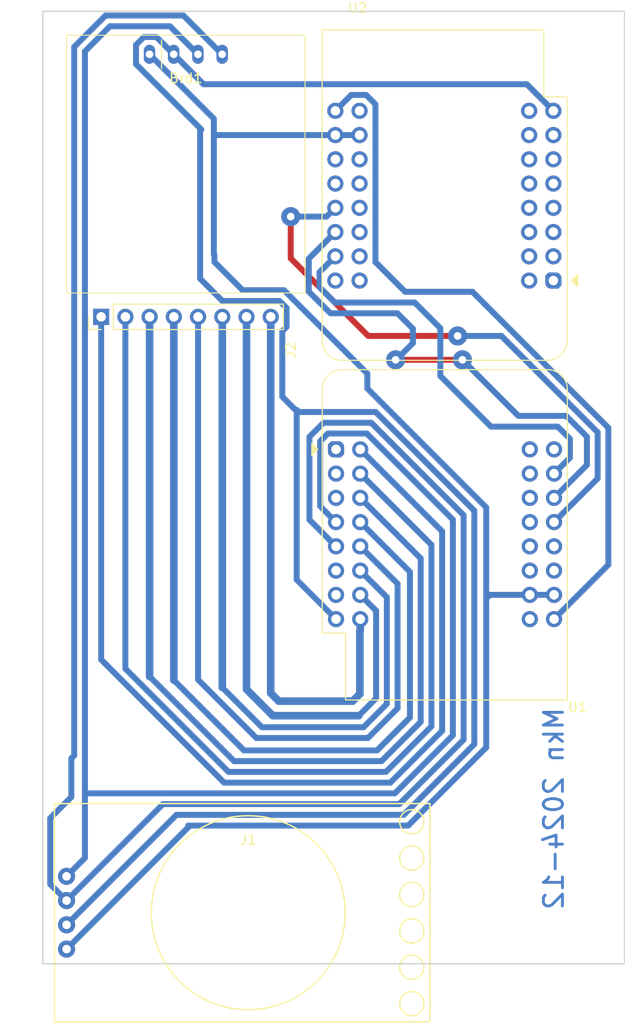
<source format=kicad_pcb>
(kicad_pcb (version 20240108) (generator "pcbnew") (generator_version "8.0")
  (layers (0 "F.Cu" signal) (31 "B.Cu" signal) (34 "B.Paste" user) (35 "F.Paste" user) (36 "B.SilkS" user "B.Silkscreen") (37 "F.SilkS" user "F.Silkscreen") (38 "B.Mask" user) (39 "F.Mask" user) (44 "Edge.Cuts" user))
  (net 0 "")
  (net 1 "/SCL")
  (net 2 "/SDA")
  (net 3 "+3V3")
  (net 4 "Net-(J2-Pin_6)")
  (net 5 "Net-(J2-Pin_7)")
  (net 6 "Net-(J2-Pin_4)")
  (net 7 "Net-(J2-Pin_2)")
  (net 8 "Net-(J2-Pin_5)")
  (net 9 "Net-(J2-Pin_1)")
  (net 10 "Net-(J2-Pin_3)")
  (net 11 "Net-(J2-Pin_8)")
  (net 13 "/flag_pin")
  (net 19 "/SCL_esp2esp")
  (net 26 "+5V")
  (net 29 "/SDA_esp2esp")
  (net 43 "GND")
  (footprint "s2mini:WEMOS_S2_mini" (layer "F.Cu") (at 176.54 92.7 180)
    (property "Reference" "U2" (at 20.54 28.54 0) (layer "F.SilkS"))
    (property "Value" "WeMos_S2_mini")
    (fp_line (start 24.25 26.25) (end 24.25 -6.3) (stroke (width 0.12)) (layer "F.SilkS"))
    (fp_line (start 22.2 -8.35) (end 0.6 -8.35) (stroke (width 0.12)) (layer "F.SilkS"))
    (fp_line (start 1 26.25) (end 24.25 26.25) (stroke (width 0.12)) (layer "F.SilkS"))
    (fp_line (start 1 19.25) (end 1 26.25) (stroke (width 0.12)) (layer "F.SilkS"))
    (fp_line (start -1.45 19.25) (end 1 19.25) (stroke (width 0.12)) (layer "F.SilkS"))
    (fp_line (start -1.45 19.25) (end -1.45 -6.3) (stroke (width 0.12)) (layer "F.SilkS"))
    (fp_arc (start 22.2 -8.35) (mid 23.649569 -7.749569) (end 24.25 -6.3) (stroke (width 0.12)) (layer "F.SilkS"))
    (fp_arc (start -1.45 -6.3) (mid -0.849569 -7.749569) (end 0.6 -8.35) (stroke (width 0.12)) (layer "F.SilkS"))
    (fp_poly (pts (xy -2.54 -0.635) (xy -2.54 0.635) (xy -1.905 0)) (stroke (width 0.12)) (fill solid) (layer "F.SilkS"))
    (pad "1" thru_hole roundrect (at 0 0 180) (size 1.7 1.7) (drill 1) (layers "*.Cu" "*.Mask") (roundrect_rratio 0.35) (chamfer_ratio 0.2) (chamfer top_left bottom_right))
    (pad "2" thru_hole circle (at 0 2.54 180) (size 1.7 1.7) (drill 1) (layers "*.Cu" "*.Mask"))
    (pad "3" thru_hole circle (at 0 5.08 180) (size 1.7 1.7) (drill 1) (layers "*.Cu" "*.Mask"))
    (pad "4" thru_hole circle (at 0 7.62 180) (size 1.7 1.7) (drill 1) (layers "*.Cu" "*.Mask"))
    (pad "5" thru_hole circle (at 0 10.16 180) (size 1.7 1.7) (drill 1) (layers "*.Cu" "*.Mask"))
    (pad "6" thru_hole circle (at 0 12.7 180) (size 1.7 1.7) (drill 1) (layers "*.Cu" "*.Mask"))
    (pad "7" thru_hole circle (at 0 15.24 180) (size 1.7 1.7) (drill 1) (layers "*.Cu" "*.Mask"))
    (pad "8" thru_hole circle (at 0 17.78 180) (size 1.7 1.7) (drill 1) (layers "*.Cu" "*.Mask") (net 3 "+3V3"))
    (pad "9" thru_hole circle (at 22.86 17.78 180) (size 1.7 1.7) (drill 1) (layers "*.Cu" "*.Mask") (net 26 "+5V"))
    (pad "10" thru_hole circle (at 22.86 15.24 180) (size 1.7 1.7) (drill 1) (layers "*.Cu" "*.Mask") (net 43 "GND"))
    (pad "11" thru_hole circle (at 22.86 12.7 180) (size 1.7 1.7) (drill 1) (layers "*.Cu" "*.Mask"))
    (pad "12" thru_hole circle (at 22.86 10.16 180) (size 1.7 1.7) (drill 1) (layers "*.Cu" "*.Mask"))
    (pad "13" thru_hole circle (at 22.86 7.62 180) (size 1.7 1.7) (drill 1) (layers "*.Cu" "*.Mask") (net 19 "/SCL_esp2esp"))
    (pad "14" thru_hole circle (at 22.86 5.08 180) (size 1.7 1.7) (drill 1) (layers "*.Cu" "*.Mask") (net 29 "/SDA_esp2esp"))
    (pad "15" thru_hole circle (at 22.86 2.54 180) (size 1.7 1.7) (drill 1) (layers "*.Cu" "*.Mask") (net 13 "/flag_pin"))
    (pad "16" thru_hole circle (at 22.86 0 180) (size 1.7 1.7) (drill 1) (layers "*.Cu" "*.Mask"))
    (pad "17" thru_hole circle (at 2.54 0 180) (size 1.7 1.7) (drill 1) (layers "*.Cu" "*.Mask"))
    (pad "18" thru_hole circle (at 2.54 2.54 180) (size 1.7 1.7) (drill 1) (layers "*.Cu" "*.Mask"))
    (pad "19" thru_hole circle (at 2.54 5.08 180) (size 1.7 1.7) (drill 1) (layers "*.Cu" "*.Mask"))
    (pad "20" thru_hole circle (at 2.54 7.62 180) (size 1.7 1.7) (drill 1) (layers "*.Cu" "*.Mask"))
    (pad "21" thru_hole circle (at 2.54 10.16 180) (size 1.7 1.7) (drill 1) (layers "*.Cu" "*.Mask"))
    (pad "22" thru_hole circle (at 2.54 12.7 180) (size 1.7 1.7) (drill 1) (layers "*.Cu" "*.Mask"))
    (pad "23" thru_hole circle (at 2.54 15.24 180) (size 1.7 1.7) (drill 1) (layers "*.Cu" "*.Mask"))
    (pad "24" thru_hole circle (at 2.54 17.78 180) (size 1.7 1.7) (drill 1) (layers "*.Cu" "*.Mask"))
    (pad "25" thru_hole circle (at 20.32 17.78 180) (size 1.7 1.7) (drill 1) (layers "*.Cu" "*.Mask"))
    (pad "26" thru_hole circle (at 20.32 15.24 180) (size 1.7 1.7) (drill 1) (layers "*.Cu" "*.Mask") (net 43 "GND"))
    (pad "27" thru_hole circle (at 20.32 12.7 180) (size 1.7 1.7) (drill 1) (layers "*.Cu" "*.Mask"))
    (pad "28" thru_hole circle (at 20.32 10.16 180) (size 1.7 1.7) (drill 1) (layers "*.Cu" "*.Mask"))
    (pad "29" thru_hole circle (at 20.32 7.62 180) (size 1.7 1.7) (drill 1) (layers "*.Cu" "*.Mask"))
    (pad "30" thru_hole circle (at 20.32 5.08 180) (size 1.7 1.7) (drill 1) (layers "*.Cu" "*.Mask"))
    (pad "31" thru_hole circle (at 20.32 2.54 180) (size 1.7 1.7) (drill 1) (layers "*.Cu" "*.Mask"))
    (pad "32" thru_hole circle (at 20.32 0 180) (size 1.7 1.7) (drill 1) (layers "*.Cu" "*.Mask"))
  )
  (footprint "meagsaturn:RTC_DS3231" (layer "F.Cu") (at 163.5975 170.3425 180)
    (property "Reference" "J1" (at 19.05 19.05 0) (layer "F.SilkS"))
    (property "Value" "RTC_DS3231")
    (fp_line (start 39.37 0) (end 39.37 22.86) (stroke (width 0.15)) (layer "F.SilkS"))
    (fp_line (start 0 22.86) (end 39.37 22.86) (stroke (width 0.15)) (layer "F.SilkS"))
    (fp_line (start 0 0) (end 39.37 0) (stroke (width 0.15)) (layer "F.SilkS"))
    (fp_line (start 0 0) (end 0 22.86) (stroke (width 0.15)) (layer "F.SilkS"))
    (fp_circle (center 19.05 11.43) (end 19.05 21.59) (stroke (width 0.15)) (fill none) (layer "F.SilkS"))
    (fp_circle (center 1.905 20.955) (end 1.905 19.685) (stroke (width 0.15)) (fill none) (layer "F.SilkS"))
    (fp_circle (center 1.905 17.145) (end 1.905 15.875) (stroke (width 0.15)) (fill none) (layer "F.SilkS"))
    (fp_circle (center 1.905 13.335) (end 1.905 12.065) (stroke (width 0.15)) (fill none) (layer "F.SilkS"))
    (fp_circle (center 1.905 9.525) (end 1.905 8.255) (stroke (width 0.15)) (fill none) (layer "F.SilkS"))
    (fp_circle (center 1.905 5.715) (end 1.905 4.445) (stroke (width 0.15)) (fill none) (layer "F.SilkS"))
    (fp_circle (center 1.905 1.905) (end 1.905 0.635) (stroke (width 0.15)) (fill none) (layer "F.SilkS"))
    (pad "1" thru_hole circle (at 38.1 15.24 180) (size 1.8 1.8) (drill 0.9) (layers "*.Cu" "*.Mask") (net 1 "/SCL"))
    (pad "2" thru_hole circle (at 38.1 12.7 180) (size 1.8 1.8) (drill 0.9) (layers "*.Cu" "*.Mask") (net 2 "/SDA"))
    (pad "3" thru_hole circle (at 38.1 10.16 180) (size 1.8 1.8) (drill 0.9) (layers "*.Cu" "*.Mask") (net 3 "+3V3"))
    (pad "4" thru_hole circle (at 38.1 7.62 180) (size 1.8 1.8) (drill 0.9) (layers "*.Cu" "*.Mask") (net 43 "GND"))
  )
  (footprint "ssd1306:ssd1306_128x64oled_module" (layer "F.Cu") (at 138 69)
    (property "Reference" "Brd1" (at 0 2.5 0) (layer "F.SilkS"))
    (property "Value" "SSD1306")
    (fp_line (start -2.54 -1.5) (end -2.54 1.5) (stroke (width 0.12)) (layer "F.SilkS"))
    (fp_rect (start -12.5 -2) (end 12.5 25) (stroke (width 0.1)) (fill none) (layer "F.SilkS"))
    (pad "1" thru_hole oval (at -3.81 0) (size 1.2 2) (drill 0.8) (layers "*.Cu" "*.Mask") (net 43 "GND"))
    (pad "2" thru_hole oval (at -1.27 0) (size 1.2 2) (drill 0.8) (layers "*.Cu" "*.Mask") (net 3 "+3V3"))
    (pad "3" thru_hole oval (at 1.27 0) (size 1.2 2) (drill 0.8) (layers "*.Cu" "*.Mask") (net 1 "/SCL"))
    (pad "4" thru_hole oval (at 3.81 0) (size 1.2 2) (drill 0.8) (layers "*.Cu" "*.Mask") (net 2 "/SDA"))
  )
  (footprint "Connector_PinHeader_2.54mm:PinHeader_1x08_P2.54mm_Vertical" (layer "F.Cu") (at 129.125 96.5 90)
    (property "Reference" "J2" (at -3.5 19.875 90) (layer "F.SilkS"))
    (property "Value" "Buttons")
    (fp_line (start -1.33 -1.33) (end 0 -1.33) (stroke (width 0.12)) (layer "F.SilkS"))
    (fp_line (start -1.33 0) (end -1.33 -1.33) (stroke (width 0.12)) (layer "F.SilkS"))
    (fp_line (start 1.33 1.27) (end 1.33 19.11) (stroke (width 0.12)) (layer "F.SilkS"))
    (fp_line (start -1.33 1.27) (end 1.33 1.27) (stroke (width 0.12)) (layer "F.SilkS"))
    (fp_line (start -1.33 1.27) (end -1.33 19.11) (stroke (width 0.12)) (layer "F.SilkS"))
    (fp_line (start -1.33 19.11) (end 1.33 19.11) (stroke (width 0.12)) (layer "F.SilkS"))
    (pad "1" thru_hole rect (at 0 0 90) (size 1.7 1.7) (drill 1) (layers "*.Cu" "*.Mask") (net 9 "Net-(J2-Pin_1)"))
    (pad "2" thru_hole oval (at 0 2.54 90) (size 1.7 1.7) (drill 1) (layers "*.Cu" "*.Mask") (net 7 "Net-(J2-Pin_2)"))
    (pad "3" thru_hole oval (at 0 5.08 90) (size 1.7 1.7) (drill 1) (layers "*.Cu" "*.Mask") (net 10 "Net-(J2-Pin_3)"))
    (pad "4" thru_hole oval (at 0 7.62 90) (size 1.7 1.7) (drill 1) (layers "*.Cu" "*.Mask") (net 6 "Net-(J2-Pin_4)"))
    (pad "5" thru_hole oval (at 0 10.16 90) (size 1.7 1.7) (drill 1) (layers "*.Cu" "*.Mask") (net 8 "Net-(J2-Pin_5)"))
    (pad "6" thru_hole oval (at 0 12.7 90) (size 1.7 1.7) (drill 1) (layers "*.Cu" "*.Mask") (net 4 "Net-(J2-Pin_6)"))
    (pad "7" thru_hole oval (at 0 15.24 90) (size 1.7 1.7) (drill 1) (layers "*.Cu" "*.Mask") (net 5 "Net-(J2-Pin_7)"))
    (pad "8" thru_hole oval (at 0 17.78 90) (size 1.7 1.7) (drill 1) (layers "*.Cu" "*.Mask") (net 11 "Net-(J2-Pin_8)"))
  )
  (footprint "s2mini:WEMOS_S2_mini" (layer "F.Cu") (at 153.75 110.38)
    (property "Reference" "U1" (at 25.32 27 0) (layer "F.SilkS"))
    (property "Value" "WeMos_S2_mini")
    (fp_line (start -1.45 19.25) (end -1.45 -6.3) (stroke (width 0.12)) (layer "F.SilkS"))
    (fp_line (start -1.45 19.25) (end 1 19.25) (stroke (width 0.12)) (layer "F.SilkS"))
    (fp_line (start 1 19.25) (end 1 26.25) (stroke (width 0.12)) (layer "F.SilkS"))
    (fp_line (start 1 26.25) (end 24.25 26.25) (stroke (width 0.12)) (layer "F.SilkS"))
    (fp_line (start 22.2 -8.35) (end 0.6 -8.35) (stroke (width 0.12)) (layer "F.SilkS"))
    (fp_line (start 24.25 26.25) (end 24.25 -6.3) (stroke (width 0.12)) (layer "F.SilkS"))
    (fp_arc (start -1.45 -6.3) (mid -0.849569 -7.749569) (end 0.6 -8.35) (stroke (width 0.12)) (layer "F.SilkS"))
    (fp_arc (start 22.2 -8.35) (mid 23.649569 -7.749569) (end 24.25 -6.3) (stroke (width 0.12)) (layer "F.SilkS"))
    (fp_poly (pts (xy -2.54 -0.635) (xy -2.54 0.635) (xy -1.905 0)) (stroke (width 0.12)) (fill solid) (layer "F.SilkS"))
    (pad "1" thru_hole roundrect (at 0 0) (size 1.7 1.7) (drill 1) (layers "*.Cu" "*.Mask") (roundrect_rratio 0.35) (chamfer_ratio 0.2) (chamfer top_left bottom_right))
    (pad "2" thru_hole circle (at 0 2.54) (size 1.7 1.7) (drill 1) (layers "*.Cu" "*.Mask"))
    (pad "3" thru_hole circle (at 0 5.08) (size 1.7 1.7) (drill 1) (layers "*.Cu" "*.Mask"))
    (pad "4" thru_hole circle (at 0 7.62) (size 1.7 1.7) (drill 1) (layers "*.Cu" "*.Mask") (net 1 "/SCL"))
    (pad "5" thru_hole circle (at 0 10.16) (size 1.7 1.7) (drill 1) (layers "*.Cu" "*.Mask") (net 2 "/SDA"))
    (pad "6" thru_hole circle (at 0 12.7) (size 1.7 1.7) (drill 1) (layers "*.Cu" "*.Mask"))
    (pad "7" thru_hole circle (at 0 15.24) (size 1.7 1.7) (drill 1) (layers "*.Cu" "*.Mask"))
    (pad "8" thru_hole circle (at 0 17.78) (size 1.7 1.7) (drill 1) (layers "*.Cu" "*.Mask") (net 3 "+3V3"))
    (pad "9" thru_hole circle (at 22.86 17.78) (size 1.7 1.7) (drill 1) (layers "*.Cu" "*.Mask") (net 26 "+5V"))
    (pad "10" thru_hole circle (at 22.86 15.24) (size 1.7 1.7) (drill 1) (layers "*.Cu" "*.Mask") (net 43 "GND"))
    (pad "11" thru_hole circle (at 22.86 12.7) (size 1.7 1.7) (drill 1) (layers "*.Cu" "*.Mask"))
    (pad "12" thru_hole circle (at 22.86 10.16) (size 1.7 1.7) (drill 1) (layers "*.Cu" "*.Mask"))
    (pad "13" thru_hole circle (at 22.86 7.62) (size 1.7 1.7) (drill 1) (layers "*.Cu" "*.Mask") (net 19 "/SCL_esp2esp"))
    (pad "14" thru_hole circle (at 22.86 5.08) (size 1.7 1.7) (drill 1) (layers "*.Cu" "*.Mask") (net 29 "/SDA_esp2esp"))
    (pad "15" thru_hole circle (at 22.86 2.54) (size 1.7 1.7) (drill 1) (layers "*.Cu" "*.Mask") (net 13 "/flag_pin"))
    (pad "16" thru_hole circle (at 22.86 0) (size 1.7 1.7) (drill 1) (layers "*.Cu" "*.Mask"))
    (pad "17" thru_hole circle (at 2.54 0) (size 1.7 1.7) (drill 1) (layers "*.Cu" "*.Mask") (net 9 "Net-(J2-Pin_1)"))
    (pad "18" thru_hole circle (at 2.54 2.54) (size 1.7 1.7) (drill 1) (layers "*.Cu" "*.Mask") (net 7 "Net-(J2-Pin_2)"))
    (pad "19" thru_hole circle (at 2.54 5.08) (size 1.7 1.7) (drill 1) (layers "*.Cu" "*.Mask") (net 10 "Net-(J2-Pin_3)"))
    (pad "20" thru_hole circle (at 2.54 7.62) (size 1.7 1.7) (drill 1) (layers "*.Cu" "*.Mask") (net 6 "Net-(J2-Pin_4)"))
    (pad "21" thru_hole circle (at 2.54 10.16) (size 1.7 1.7) (drill 1) (layers "*.Cu" "*.Mask") (net 8 "Net-(J2-Pin_5)"))
    (pad "22" thru_hole circle (at 2.54 12.7) (size 1.7 1.7) (drill 1) (layers "*.Cu" "*.Mask") (net 4 "Net-(J2-Pin_6)"))
    (pad "23" thru_hole circle (at 2.54 15.24) (size 1.7 1.7) (drill 1) (layers "*.Cu" "*.Mask") (net 5 "Net-(J2-Pin_7)"))
    (pad "24" thru_hole circle (at 2.54 17.78) (size 1.7 1.7) (drill 1) (layers "*.Cu" "*.Mask") (net 11 "Net-(J2-Pin_8)"))
    (pad "25" thru_hole circle (at 20.32 17.78) (size 1.7 1.7) (drill 1) (layers "*.Cu" "*.Mask"))
    (pad "26" thru_hole circle (at 20.32 15.24) (size 1.7 1.7) (drill 1) (layers "*.Cu" "*.Mask") (net 43 "GND"))
    (pad "27" thru_hole circle (at 20.32 12.7) (size 1.7 1.7) (drill 1) (layers "*.Cu" "*.Mask"))
    (pad "28" thru_hole circle (at 20.32 10.16) (size 1.7 1.7) (drill 1) (layers "*.Cu" "*.Mask"))
    (pad "29" thru_hole circle (at 20.32 7.62) (size 1.7 1.7) (drill 1) (layers "*.Cu" "*.Mask"))
    (pad "30" thru_hole circle (at 20.32 5.08) (size 1.7 1.7) (drill 1) (layers "*.Cu" "*.Mask"))
    (pad "31" thru_hole circle (at 20.32 2.54) (size 1.7 1.7) (drill 1) (layers "*.Cu" "*.Mask"))
    (pad "32" thru_hole circle (at 20.32 0) (size 1.7 1.7) (drill 1) (layers "*.Cu" "*.Mask"))
  )
  (gr_rect (start 123 64.5) (end 184 164.25) (stroke (width 0.15)) (fill none) (layer "Edge.Cuts"))
  (gr_text "Mkn 2024-12" (at 177.75 137.25 90) (layer "B.Cu") (effects (font (size 2 2) (thickness 0.3) (bold yes)) (justify left bottom mirror)))
  (segment (start 166.0025 140.326194) (end 159.916194 146.4125) (width 0.625) (layer "B.Cu") (net 1))
  (segment (start 139.27 69) (end 136.3325 66.0625) (width 0.625) (layer "B.Cu") (net 1))
  (segment (start 127.425 146.5) (end 127.425 153.175) (width 0.625) (layer "B.Cu") (net 1))
  (segment (start 156.978631 108.7175) (end 166.0025 117.741369) (width 0.625) (layer "B.Cu") (net 1))
  (segment (start 153.75 118) (end 152.0875 116.3375) (width 0.625) (layer "B.Cu") (net 1))
  (segment (start 136.3325 66.0625) (end 130.05 66.0625) (width 0.625) (layer "B.Cu") (net 1))
  (segment (start 127.5125 146.4125) (end 127.425 146.5) (width 0.625) (layer "B.Cu") (net 1))
  (segment (start 159.916194 146.4125) (end 127.5125 146.4125) (width 0.625) (layer "B.Cu") (net 1))
  (segment (start 125.4975 155.1025) (end 127.425 153.175) (width 0.625) (layer "B.Cu") (net 1))
  (segment (start 152.0875 109.53345) (end 152.90345 108.7175) (width 0.625) (layer "B.Cu") (net 1))
  (segment (start 152.0875 116.3375) (end 152.0875 109.53345) (width 0.625) (layer "B.Cu") (net 1))
  (segment (start 130.05 66.0625) (end 127.425 68.6875) (width 0.625) (layer "B.Cu") (net 1))
  (segment (start 166.0025 117.741369) (end 166.0025 140.326194) (width 0.625) (layer "B.Cu") (net 1))
  (segment (start 152.90345 108.7175) (end 156.978631 108.7175) (width 0.625) (layer "B.Cu") (net 1))
  (segment (start 127.425 68.6875) (end 127.425 146.5) (width 0.625) (layer "B.Cu") (net 1))
  (segment (start 167.1275 140.792184) (end 160.382184 147.5375) (width 0.625) (layer "B.Cu") (net 2))
  (segment (start 126.3 68.22151) (end 126.3 142.45) (width 0.625) (layer "B.Cu") (net 2))
  (segment (start 141.81 69) (end 137.7475 64.9375) (width 0.625) (layer "B.Cu") (net 2))
  (segment (start 160.382184 147.5375) (end 135.6025 147.5375) (width 0.625) (layer "B.Cu") (net 2))
  (segment (start 126 146.79047) (end 123.785 149.00547) (width 0.625) (layer "B.Cu") (net 2))
  (segment (start 123.785 155.93) (end 125.4975 157.6425) (width 0.625) (layer "B.Cu") (net 2))
  (segment (start 157.444621 107.5925) (end 167.1275 117.275379) (width 0.625) (layer "B.Cu") (net 2))
  (segment (start 126 142.75) (end 126 146.79047) (width 0.625) (layer "B.Cu") (net 2))
  (segment (start 137.7475 64.9375) (end 129.58401 64.9375) (width 0.625) (layer "B.Cu") (net 2))
  (segment (start 135.6025 147.5375) (end 125.4975 157.6425) (width 0.625) (layer "B.Cu") (net 2))
  (segment (start 152.43746 107.5925) (end 157.444621 107.5925) (width 0.625) (layer "B.Cu") (net 2))
  (segment (start 129.58401 64.9375) (end 126.3 68.22151) (width 0.625) (layer "B.Cu") (net 2))
  (segment (start 167.1275 117.275379) (end 167.1275 140.792184) (width 0.625) (layer "B.Cu") (net 2))
  (segment (start 126.3 142.45) (end 126 142.75) (width 0.625) (layer "B.Cu") (net 2))
  (segment (start 150.9625 117.7525) (end 150.9625 109.06746) (width 0.625) (layer "B.Cu") (net 2))
  (segment (start 153.75 120.54) (end 150.9625 117.7525) (width 0.625) (layer "B.Cu") (net 2))
  (segment (start 123.785 149.00547) (end 123.785 155.93) (width 0.625) (layer "B.Cu") (net 2))
  (segment (start 150.9625 109.06746) (end 152.43746 107.5925) (width 0.625) (layer "B.Cu") (net 2))
  (segment (start 168.2525 116.809389) (end 157.910611 106.4675) (width 0.625) (layer "B.Cu") (net 3))
  (segment (start 132.7775 70.0275) (end 139.5 76.75) (width 0.625) (layer "B.Cu") (net 3))
  (segment (start 139.5 76.75) (end 139.625 76.875) (width 0.625) (layer "B.Cu") (net 3))
  (segment (start 136.73 69) (end 139.8625 72.1325) (width 0.625) (layer "B.Cu") (net 3))
  (segment (start 173.7525 72.1325) (end 176.54 74.92) (width 0.625) (layer "B.Cu") (net 3))
  (segment (start 133.604923 67.1875) (end 132.7775 68.014923) (width 0.625) (layer "B.Cu") (net 3))
  (segment (start 149.625 124.035) (end 153.75 128.16) (width 0.625) (layer "B.Cu") (net 3))
  (segment (start 157.910611 106.4675) (end 149.8425 106.4675) (width 0.625) (layer "B.Cu") (net 3))
  (segment (start 141.8375 94.8375) (end 139.5 92.5) (width 0.625) (layer "B.Cu") (net 3))
  (segment (start 139.5 92.5) (end 139.5 76.75) (width 0.625) (layer "B.Cu") (net 3))
  (segment (start 139.8625 72.1325) (end 173.7525 72.1325) (width 0.625) (layer "B.Cu") (net 3))
  (segment (start 134.9175 67.1875) (end 133.604923 67.1875) (width 0.625) (layer "B.Cu") (net 3))
  (segment (start 168.2525 141.258174) (end 168.2525 116.809389) (width 0.625) (layer "B.Cu") (net 3))
  (segment (start 160.848174 148.6625) (end 168.2525 141.258174) (width 0.625) (layer "B.Cu") (net 3))
  (segment (start 148.5675 97.55) (end 148.5675 95.5675) (width 0.625) (layer "B.Cu") (net 3))
  (segment (start 148.1175 98) (end 148.5675 97.55) (width 0.625) (layer "B.Cu") (net 3))
  (segment (start 149.625 106.25) (end 149.5 106.25) (width 0.625) (layer "B.Cu") (net 3))
  (segment (start 149.625 106.25) (end 149.625 124.035) (width 0.625) (layer "B.Cu") (net 3))
  (segment (start 147.8375 94.8375) (end 141.8375 94.8375) (width 0.625) (layer "B.Cu") (net 3))
  (segment (start 132.7775 68.014923) (end 132.7775 70.0275) (width 0.625) (layer "B.Cu") (net 3))
  (segment (start 125.4975 160.1825) (end 137.0175 148.6625) (width 0.625) (layer "B.Cu") (net 3))
  (segment (start 149.8425 106.4675) (end 149.625 106.25) (width 0.625) (layer "B.Cu") (net 3))
  (segment (start 148.5675 95.5675) (end 147.8375 94.8375) (width 0.625) (layer "B.Cu") (net 3))
  (segment (start 136.73 69) (end 134.9175 67.1875) (width 0.625) (layer "B.Cu") (net 3))
  (segment (start 149.5 106.25) (end 148.1175 104.8675) (width 0.625) (layer "B.Cu") (net 3))
  (segment (start 137.0175 148.6625) (end 160.848174 148.6625) (width 0.625) (layer "B.Cu") (net 3))
  (segment (start 148.1175 104.8675) (end 148.1175 98) (width 0.625) (layer "B.Cu") (net 3))
  (segment (start 145.9875 139.4875) (end 141.825 135.325) (width 0.625) (layer "B.Cu") (net 4))
  (segment (start 159.0775 125.8675) (end 159.0775 137.04391) (width 0.625) (layer "B.Cu") (net 4))
  (segment (start 141.825 135.325) (end 141.825 96.5) (width 0.8) (layer "B.Cu") (net 4))
  (segment (start 156.63391 139.4875) (end 145.9875 139.4875) (width 0.625) (layer "B.Cu") (net 4))
  (segment (start 156.29 123.08) (end 159.0775 125.8675) (width 0.625) (layer "B.Cu") (net 4))
  (segment (start 159.0775 137.04391) (end 156.63391 139.4875) (width 0.625) (layer "B.Cu") (net 4))
  (segment (start 156.29 125.62) (end 157.9525 127.2825) (width 0.625) (layer "B.Cu") (net 5))
  (segment (start 147.118324 138.275) (end 144.365 135.521676) (width 0.8) (layer "B.Cu") (net 5))
  (segment (start 144.365 135.521676) (end 144.365 96.5) (width 0.8) (layer "B.Cu") (net 5))
  (segment (start 157.9525 136.454176) (end 156.131676 138.275) (width 0.625) (layer "B.Cu") (net 5))
  (segment (start 156.131676 138.275) (end 147.118324 138.275) (width 0.8) (layer "B.Cu") (net 5))
  (segment (start 157.9525 127.2825) (end 157.9525 136.454176) (width 0.625) (layer "B.Cu") (net 5))
  (segment (start 136.745 134.558352) (end 136.745 96.5) (width 0.8) (layer "B.Cu") (net 6))
  (segment (start 156.29 118) (end 161.5025 123.2125) (width 0.625) (layer "B.Cu") (net 6))
  (segment (start 161.5025 138.462234) (end 158.052234 141.9125) (width 0.625) (layer "B.Cu") (net 6))
  (segment (start 161.5025 123.2125) (end 161.5025 138.462234) (width 0.625) (layer "B.Cu") (net 6))
  (segment (start 144.099148 141.9125) (end 136.745 134.558352) (width 0.625) (layer "B.Cu") (net 6))
  (segment (start 158.052234 141.9125) (end 144.099148 141.9125) (width 0.625) (layer "B.Cu") (net 6))
  (segment (start 163.7525 139.394214) (end 158.984214 144.1625) (width 0.625) (layer "B.Cu") (net 7))
  (segment (start 131.665 133.349762) (end 131.665 96.5) (width 0.625) (layer "B.Cu") (net 7))
  (segment (start 142.477738 144.1625) (end 131.665 133.349762) (width 0.625) (layer "B.Cu") (net 7))
  (segment (start 158.984214 144.1625) (end 142.477738 144.1625) (width 0.625) (layer "B.Cu") (net 7))
  (segment (start 156.29 112.92) (end 163.7525 120.3825) (width 0.625) (layer "B.Cu") (net 7))
  (segment (start 163.7525 120.3825) (end 163.7525 139.394214) (width 0.625) (layer "B.Cu") (net 7))
  (segment (start 156.29 120.54) (end 156.543072 120.54) (width 0.8) (layer "B.Cu") (net 8))
  (segment (start 139.285 134.499734) (end 145.397766 140.6125) (width 0.625) (layer "B.Cu") (net 8))
  (segment (start 157.0999 140.6125) (end 160.2025 137.5099) (width 0.625) (layer "B.Cu") (net 8))
  (segment (start 160.2025 137.5099) (end 160.2025 124.4525) (width 0.625) (layer "B.Cu") (net 8))
  (segment (start 139.285 96.5) (end 139.285 134.499734) (width 0.625) (layer "B.Cu") (net 8))
  (segment (start 160.2025 124.4525) (end 156.29 120.54) (width 0.625) (layer "B.Cu") (net 8))
  (segment (start 145.397766 140.6125) (end 157.0999 140.6125) (width 0.625) (layer "B.Cu") (net 8))
  (segment (start 164.8775 118.9675) (end 164.8775 139.860204) (width 0.625) (layer "B.Cu") (net 9))
  (segment (start 142.011748 145.2875) (end 129.125 132.400752) (width 0.625) (layer "B.Cu") (net 9))
  (segment (start 159.450204 145.2875) (end 142.011748 145.2875) (width 0.625) (layer "B.Cu") (net 9))
  (segment (start 129.125 132.400752) (end 129.125 96.5) (width 0.625) (layer "B.Cu") (net 9))
  (segment (start 164.8775 139.860204) (end 159.450204 145.2875) (width 0.625) (layer "B.Cu") (net 9))
  (segment (start 156.29 110.38) (end 164.8775 118.9675) (width 0.625) (layer "B.Cu") (net 9))
  (segment (start 162.6275 121.7975) (end 162.6275 138.928224) (width 0.625) (layer "B.Cu") (net 10))
  (segment (start 158.518224 143.0375) (end 143.067472 143.0375) (width 0.625) (layer "B.Cu") (net 10))
  (segment (start 162.6275 138.928224) (end 158.518224 143.0375) (width 0.625) (layer "B.Cu") (net 10))
  (segment (start 134.205 134.175028) (end 134.205 96.5) (width 0.8) (layer "B.Cu") (net 10))
  (segment (start 143.067472 143.0375) (end 134.205 134.175028) (width 0.625) (layer "B.Cu") (net 10))
  (segment (start 156.29 115.46) (end 162.6275 121.7975) (width 0.625) (layer "B.Cu") (net 10))
  (segment (start 156.25 129.402081) (end 156.25 136) (width 0.8) (layer "B.Cu") (net 11))
  (segment (start 155.5 136.75) (end 147.75 136.75) (width 0.8) (layer "B.Cu") (net 11))
  (segment (start 146.905 135.905) (end 146.905 96.5) (width 0.8) (layer "B.Cu") (net 11))
  (segment (start 156.29 129.362081) (end 156.25 129.402081) (width 0.8) (layer "B.Cu") (net 11))
  (segment (start 156.25 136) (end 155.5 136.75) (width 0.8) (layer "B.Cu") (net 11))
  (segment (start 156.29 128.16) (end 156.29 129.362081) (width 0.8) (layer "B.Cu") (net 11))
  (segment (start 147.75 136.75) (end 146.905 135.905) (width 0.8) (layer "B.Cu") (net 11))
  (segment (start 152.0175 91.8225) (end 152.0175 93.388631) (width 0.625) (layer "B.Cu") (net 13))
  (segment (start 152.0175 93.388631) (end 153.628869 95) (width 0.625) (layer "B.Cu") (net 13))
  (segment (start 178.2725 111.2575) (end 176.61 112.92) (width 0.625) (layer "B.Cu") (net 13))
  (segment (start 164.6875 102.6875) (end 170 108) (width 0.625) (layer "B.Cu") (net 13))
  (segment (start 177 108) (end 178.2725 109.2725) (width 0.625) (layer "B.Cu") (net 13))
  (segment (start 170 108) (end 177 108) (width 0.625) (layer "B.Cu") (net 13))
  (segment (start 153.68 90.16) (end 152.0175 91.8225) (width 0.625) (layer "B.Cu") (net 13))
  (segment (start 162 95) (end 164.6875 97.6875) (width 0.625) (layer "B.Cu") (net 13))
  (segment (start 153.628869 95) (end 162 95) (width 0.625) (layer "B.Cu") (net 13))
  (segment (start 164.6875 97.6875) (end 164.6875 102.6875) (width 0.625) (layer "B.Cu") (net 13))
  (segment (start 178.2725 109.2725) (end 178.2725 111.2575) (width 0.625) (layer "B.Cu") (net 13))
  (segment (start 157.128869 98.5) (end 149 90.371131) (width 0.625) (layer "F.Cu") (net 19))
  (segment (start 160 98.5) (end 166.5 98.5) (width 0.625) (layer "F.Cu") (net 19))
  (segment (start 160 98.5) (end 157.128869 98.5) (width 0.625) (layer "F.Cu") (net 19))
  (segment (start 149 90.371131) (end 149 86) (width 0.625) (layer "F.Cu") (net 19))
  (via (at 149 86) (size 2) (drill 0.8) (layers "F.Cu" "B.Cu") (net 19))
  (via (at 166.5 98.5) (size 2) (drill 0.8) (layers "F.Cu" "B.Cu") (net 19))
  (segment (start 181.18151 113.42849) (end 176.61 118) (width 0.625) (layer "B.Cu") (net 19))
  (segment (start 166.5 98.5) (end 171.09099 98.5) (width 0.625) (layer "B.Cu") (net 19))
  (segment (start 171.09099 98.5) (end 181.18151 108.59052) (width 0.625) (layer "B.Cu") (net 19))
  (segment (start 152.76 86) (end 153.68 85.08) (width 0.625) (layer "B.Cu") (net 19))
  (segment (start 181.18151 108.59052) (end 181.18151 113.42849) (width 0.625) (layer "B.Cu") (net 19))
  (segment (start 149 86) (end 152.76 86) (width 0.625) (layer "B.Cu") (net 19))
  (segment (start 157.8825 74.231369) (end 157.8825 90.7575) (width 0.625) (layer "B.Cu") (net 26))
  (segment (start 161 93.875) (end 168.05698 93.875) (width 0.625) (layer "B.Cu") (net 26))
  (segment (start 155.3425 73.2575) (end 156.908631 73.2575) (width 0.625) (layer "B.Cu") (net 26))
  (segment (start 153.68 74.92) (end 155.3425 73.2575) (width 0.625) (layer "B.Cu") (net 26))
  (segment (start 182.30651 122.46349) (end 176.61 128.16) (width 0.625) (layer "B.Cu") (net 26))
  (segment (start 156.908631 73.2575) (end 157.8825 74.231369) (width 0.625) (layer "B.Cu") (net 26))
  (segment (start 182.30651 108.12453) (end 182.30651 122.46349) (width 0.625) (layer "B.Cu") (net 26))
  (segment (start 157.8825 90.7575) (end 161 93.875) (width 0.625) (layer "B.Cu") (net 26))
  (segment (start 168.05698 93.875) (end 182.30651 108.12453) (width 0.625) (layer "B.Cu") (net 26))
  (segment (start 167 101) (end 160 101) (width 0.625) (layer "F.Cu") (net 29))
  (via (at 160 101) (size 2) (drill 0.8) (layers "F.Cu" "B.Cu") (net 29))
  (via (at 167 101) (size 2) (drill 0.8) (layers "F.Cu" "B.Cu") (net 29))
  (segment (start 177.875 106.875) (end 173 106.875) (width 0.625) (layer "B.Cu") (net 29))
  (segment (start 173 106.875) (end 172.875 106.875) (width 0.625) (layer "B.Cu") (net 29))
  (segment (start 160.188263 96.125) (end 153.162879 96.125) (width 0.625) (layer "B.Cu") (net 29))
  (segment (start 180.05651 112.01349) (end 180.05651 109.05651) (width 0.625) (layer "B.Cu") (net 29))
  (segment (start 150.8925 93.854621) (end 150.8925 90.4075) (width 0.625) (layer "B.Cu") (net 29))
  (segment (start 160 101) (end 160.063263 101) (width 0.625) (layer "B.Cu") (net 29))
  (segment (start 180.05651 109.05651) (end 177.875 106.875) (width 0.625) (layer "B.Cu") (net 29))
  (segment (start 153.162879 96.125) (end 150.8925 93.854621) (width 0.625) (layer "B.Cu") (net 29))
  (segment (start 161.8125 99.250763) (end 161.8125 97.749237) (width 0.625) (layer "B.Cu") (net 29))
  (segment (start 161.8125 97.749237) (end 160.188263 96.125) (width 0.625) (layer "B.Cu") (net 29))
  (segment (start 172.875 106.875) (end 167 101) (width 0.625) (layer "B.Cu") (net 29))
  (segment (start 176.61 115.46) (end 180.05651 112.01349) (width 0.625) (layer "B.Cu") (net 29))
  (segment (start 150.8925 90.4075) (end 153.68 87.62) (width 0.625) (layer "B.Cu") (net 29))
  (segment (start 160.063263 101) (end 161.8125 99.250763) (width 0.625) (layer "B.Cu") (net 29))
  (segment (start 169.5 116.465899) (end 157.034101 104) (width 0.625) (layer "B.Cu") (net 43))
  (segment (start 138.25 149.97) (end 138.25 149.7875) (width 0.625) (layer "B.Cu") (net 43))
  (segment (start 157.034101 104) (end 157.034101 102.443111) (width 0.625) (layer "B.Cu") (net 43))
  (segment (start 140.94 89.94) (end 140.94 77.25) (width 0.625) (layer "B.Cu") (net 43))
  (segment (start 141 90.75) (end 141 90) (width 0.625) (layer "B.Cu") (net 43))
  (segment (start 138.25 149.7875) (end 161.314164 149.7875) (width 0.625) (layer "B.Cu") (net 43))
  (segment (start 161.314164 149.7875) (end 169.5 141.601664) (width 0.625) (layer "B.Cu") (net 43))
  (segment (start 143.9625 93.7125) (end 141 90.75) (width 0.625) (layer "B.Cu") (net 43))
  (segment (start 153.68 77.46) (end 141.15 77.46) (width 0.625) (layer "B.Cu") (net 43))
  (segment (start 169.5 126) (end 169.5 116.465899) (width 0.625) (layer "B.Cu") (net 43))
  (segment (start 148.30349 93.7125) (end 143.9625 93.7125) (width 0.625) (layer "B.Cu") (net 43))
  (segment (start 156.22 77.46) (end 153.68 77.46) (width 0.625) (layer "B.Cu") (net 43))
  (segment (start 157.034101 102.443111) (end 148.30349 93.7125) (width 0.625) (layer "B.Cu") (net 43))
  (segment (start 125.4975 162.7225) (end 138.25 149.97) (width 0.625) (layer "B.Cu") (net 43))
  (segment (start 169.88 125.62) (end 169.5 126) (width 0.625) (layer "B.Cu") (net 43))
  (segment (start 176.61 125.62) (end 174.07 125.62) (width 0.625) (layer "B.Cu") (net 43))
  (segment (start 141.15 77.46) (end 140.94 77.25) (width 0.625) (layer "B.Cu") (net 43))
  (segment (start 141 90) (end 140.94 89.94) (width 0.625) (layer "B.Cu") (net 43))
  (segment (start 169.5 141.601664) (end 169.5 126) (width 0.625) (layer "B.Cu") (net 43))
  (segment (start 140.94 75.75) (end 134.19 69) (width 0.625) (layer "B.Cu") (net 43))
  (segment (start 140.94 77.25) (end 140.94 75.75) (width 0.625) (layer "B.Cu") (net 43))
  (segment (start 174.07 125.62) (end 169.88 125.62) (width 0.625) (layer "B.Cu") (net 43))
)
</source>
